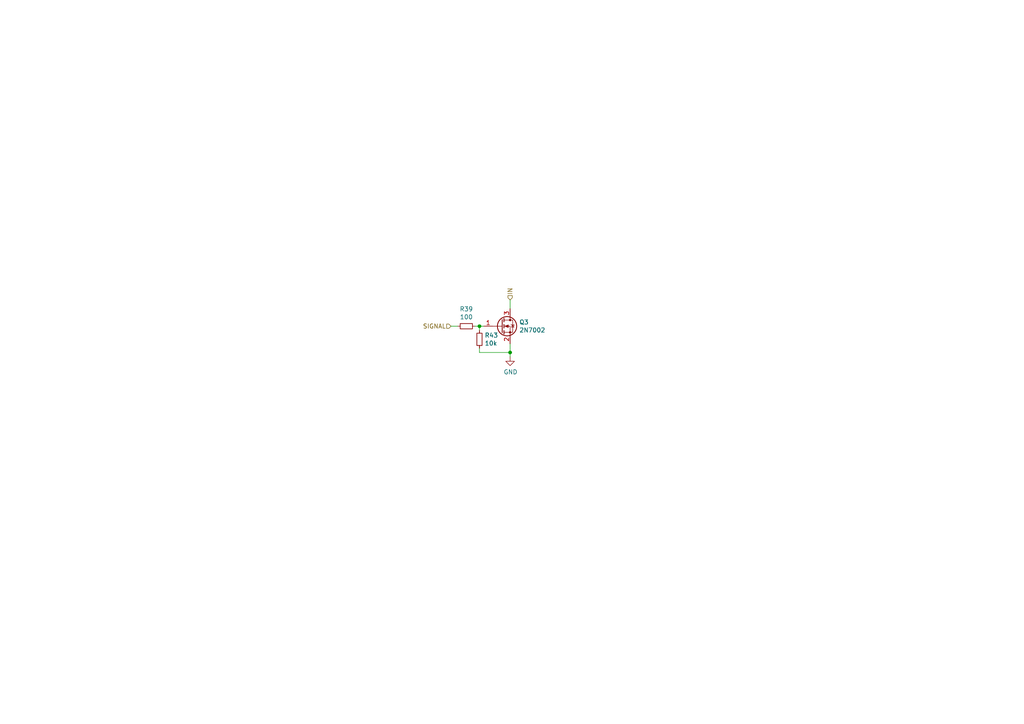
<source format=kicad_sch>
(kicad_sch (version 20211123) (generator eeschema)

  (uuid 2084f5c9-5617-4317-868f-072ee28f3a57)

  (paper "A4")

  (lib_symbols
    (symbol "Device:R_Small" (pin_numbers hide) (pin_names (offset 0.254) hide) (in_bom yes) (on_board yes)
      (property "Reference" "R" (id 0) (at 0.762 0.508 0)
        (effects (font (size 1.27 1.27)) (justify left))
      )
      (property "Value" "R_Small" (id 1) (at 0.762 -1.016 0)
        (effects (font (size 1.27 1.27)) (justify left))
      )
      (property "Footprint" "" (id 2) (at 0 0 0)
        (effects (font (size 1.27 1.27)) hide)
      )
      (property "Datasheet" "~" (id 3) (at 0 0 0)
        (effects (font (size 1.27 1.27)) hide)
      )
      (property "ki_keywords" "R resistor" (id 4) (at 0 0 0)
        (effects (font (size 1.27 1.27)) hide)
      )
      (property "ki_description" "Resistor, small symbol" (id 5) (at 0 0 0)
        (effects (font (size 1.27 1.27)) hide)
      )
      (property "ki_fp_filters" "R_*" (id 6) (at 0 0 0)
        (effects (font (size 1.27 1.27)) hide)
      )
      (symbol "R_Small_0_1"
        (rectangle (start -0.762 1.778) (end 0.762 -1.778)
          (stroke (width 0.2032) (type default) (color 0 0 0 0))
          (fill (type none))
        )
      )
      (symbol "R_Small_1_1"
        (pin passive line (at 0 2.54 270) (length 0.762)
          (name "~" (effects (font (size 1.27 1.27))))
          (number "1" (effects (font (size 1.27 1.27))))
        )
        (pin passive line (at 0 -2.54 90) (length 0.762)
          (name "~" (effects (font (size 1.27 1.27))))
          (number "2" (effects (font (size 1.27 1.27))))
        )
      )
    )
    (symbol "Transistor_FET:2N7002" (pin_names hide) (in_bom yes) (on_board yes)
      (property "Reference" "Q" (id 0) (at 5.08 1.905 0)
        (effects (font (size 1.27 1.27)) (justify left))
      )
      (property "Value" "2N7002" (id 1) (at 5.08 0 0)
        (effects (font (size 1.27 1.27)) (justify left))
      )
      (property "Footprint" "Package_TO_SOT_SMD:SOT-23" (id 2) (at 5.08 -1.905 0)
        (effects (font (size 1.27 1.27) italic) (justify left) hide)
      )
      (property "Datasheet" "https://www.onsemi.com/pub/Collateral/NDS7002A-D.PDF" (id 3) (at 0 0 0)
        (effects (font (size 1.27 1.27)) (justify left) hide)
      )
      (property "ki_keywords" "N-Channel Switching MOSFET" (id 4) (at 0 0 0)
        (effects (font (size 1.27 1.27)) hide)
      )
      (property "ki_description" "0.115A Id, 60V Vds, N-Channel MOSFET, SOT-23" (id 5) (at 0 0 0)
        (effects (font (size 1.27 1.27)) hide)
      )
      (property "ki_fp_filters" "SOT?23*" (id 6) (at 0 0 0)
        (effects (font (size 1.27 1.27)) hide)
      )
      (symbol "2N7002_0_1"
        (polyline
          (pts
            (xy 0.254 0)
            (xy -2.54 0)
          )
          (stroke (width 0) (type default) (color 0 0 0 0))
          (fill (type none))
        )
        (polyline
          (pts
            (xy 0.254 1.905)
            (xy 0.254 -1.905)
          )
          (stroke (width 0.254) (type default) (color 0 0 0 0))
          (fill (type none))
        )
        (polyline
          (pts
            (xy 0.762 -1.27)
            (xy 0.762 -2.286)
          )
          (stroke (width 0.254) (type default) (color 0 0 0 0))
          (fill (type none))
        )
        (polyline
          (pts
            (xy 0.762 0.508)
            (xy 0.762 -0.508)
          )
          (stroke (width 0.254) (type default) (color 0 0 0 0))
          (fill (type none))
        )
        (polyline
          (pts
            (xy 0.762 2.286)
            (xy 0.762 1.27)
          )
          (stroke (width 0.254) (type default) (color 0 0 0 0))
          (fill (type none))
        )
        (polyline
          (pts
            (xy 2.54 2.54)
            (xy 2.54 1.778)
          )
          (stroke (width 0) (type default) (color 0 0 0 0))
          (fill (type none))
        )
        (polyline
          (pts
            (xy 2.54 -2.54)
            (xy 2.54 0)
            (xy 0.762 0)
          )
          (stroke (width 0) (type default) (color 0 0 0 0))
          (fill (type none))
        )
        (polyline
          (pts
            (xy 0.762 -1.778)
            (xy 3.302 -1.778)
            (xy 3.302 1.778)
            (xy 0.762 1.778)
          )
          (stroke (width 0) (type default) (color 0 0 0 0))
          (fill (type none))
        )
        (polyline
          (pts
            (xy 1.016 0)
            (xy 2.032 0.381)
            (xy 2.032 -0.381)
            (xy 1.016 0)
          )
          (stroke (width 0) (type default) (color 0 0 0 0))
          (fill (type outline))
        )
        (polyline
          (pts
            (xy 2.794 0.508)
            (xy 2.921 0.381)
            (xy 3.683 0.381)
            (xy 3.81 0.254)
          )
          (stroke (width 0) (type default) (color 0 0 0 0))
          (fill (type none))
        )
        (polyline
          (pts
            (xy 3.302 0.381)
            (xy 2.921 -0.254)
            (xy 3.683 -0.254)
            (xy 3.302 0.381)
          )
          (stroke (width 0) (type default) (color 0 0 0 0))
          (fill (type none))
        )
        (circle (center 1.651 0) (radius 2.794)
          (stroke (width 0.254) (type default) (color 0 0 0 0))
          (fill (type none))
        )
        (circle (center 2.54 -1.778) (radius 0.254)
          (stroke (width 0) (type default) (color 0 0 0 0))
          (fill (type outline))
        )
        (circle (center 2.54 1.778) (radius 0.254)
          (stroke (width 0) (type default) (color 0 0 0 0))
          (fill (type outline))
        )
      )
      (symbol "2N7002_1_1"
        (pin input line (at -5.08 0 0) (length 2.54)
          (name "G" (effects (font (size 1.27 1.27))))
          (number "1" (effects (font (size 1.27 1.27))))
        )
        (pin passive line (at 2.54 -5.08 90) (length 2.54)
          (name "S" (effects (font (size 1.27 1.27))))
          (number "2" (effects (font (size 1.27 1.27))))
        )
        (pin passive line (at 2.54 5.08 270) (length 2.54)
          (name "D" (effects (font (size 1.27 1.27))))
          (number "3" (effects (font (size 1.27 1.27))))
        )
      )
    )
    (symbol "power:GND" (power) (pin_names (offset 0)) (in_bom yes) (on_board yes)
      (property "Reference" "#PWR" (id 0) (at 0 -6.35 0)
        (effects (font (size 1.27 1.27)) hide)
      )
      (property "Value" "GND" (id 1) (at 0 -3.81 0)
        (effects (font (size 1.27 1.27)))
      )
      (property "Footprint" "" (id 2) (at 0 0 0)
        (effects (font (size 1.27 1.27)) hide)
      )
      (property "Datasheet" "" (id 3) (at 0 0 0)
        (effects (font (size 1.27 1.27)) hide)
      )
      (property "ki_keywords" "power-flag" (id 4) (at 0 0 0)
        (effects (font (size 1.27 1.27)) hide)
      )
      (property "ki_description" "Power symbol creates a global label with name \"GND\" , ground" (id 5) (at 0 0 0)
        (effects (font (size 1.27 1.27)) hide)
      )
      (symbol "GND_0_1"
        (polyline
          (pts
            (xy 0 0)
            (xy 0 -1.27)
            (xy 1.27 -1.27)
            (xy 0 -2.54)
            (xy -1.27 -1.27)
            (xy 0 -1.27)
          )
          (stroke (width 0) (type default) (color 0 0 0 0))
          (fill (type none))
        )
      )
      (symbol "GND_1_1"
        (pin power_in line (at 0 0 270) (length 0) hide
          (name "GND" (effects (font (size 1.27 1.27))))
          (number "1" (effects (font (size 1.27 1.27))))
        )
      )
    )
  )

  (junction (at 139.065 94.615) (diameter 0) (color 0 0 0 0)
    (uuid aa3335df-890d-4aba-aa7b-7599ca4eb07a)
  )
  (junction (at 147.955 102.235) (diameter 0) (color 0 0 0 0)
    (uuid eddce7ea-1e97-4bf6-9406-6b6d8fa92a8b)
  )

  (wire (pts (xy 130.81 94.615) (xy 132.715 94.615))
    (stroke (width 0) (type default) (color 0 0 0 0))
    (uuid 2712ee99-992f-42ba-b050-e9d62f878591)
  )
  (wire (pts (xy 147.955 102.235) (xy 147.955 99.695))
    (stroke (width 0) (type default) (color 0 0 0 0))
    (uuid 3065ec9a-faca-4895-b15d-6d6ef9767036)
  )
  (wire (pts (xy 147.955 102.235) (xy 147.955 103.505))
    (stroke (width 0) (type default) (color 0 0 0 0))
    (uuid 6d6c2053-b5ed-4268-9d8e-1f9826888734)
  )
  (wire (pts (xy 139.065 94.615) (xy 139.065 95.885))
    (stroke (width 0) (type default) (color 0 0 0 0))
    (uuid 98ab8b0d-3e7b-40bc-bd30-eee640db17f1)
  )
  (wire (pts (xy 139.065 94.615) (xy 137.795 94.615))
    (stroke (width 0) (type default) (color 0 0 0 0))
    (uuid c69c60fc-fc32-4779-ab9a-f1d38dd5c20e)
  )
  (wire (pts (xy 139.065 102.235) (xy 147.955 102.235))
    (stroke (width 0) (type default) (color 0 0 0 0))
    (uuid cb419e53-331d-4c87-bd4f-427a0ddad8e7)
  )
  (wire (pts (xy 147.955 86.995) (xy 147.955 89.535))
    (stroke (width 0) (type default) (color 0 0 0 0))
    (uuid dfdc6e12-d515-45da-a287-69e8d9735079)
  )
  (wire (pts (xy 139.065 100.965) (xy 139.065 102.235))
    (stroke (width 0) (type default) (color 0 0 0 0))
    (uuid ea5e1bdf-3986-4c3b-9354-976e5ac62d62)
  )
  (wire (pts (xy 140.335 94.615) (xy 139.065 94.615))
    (stroke (width 0) (type default) (color 0 0 0 0))
    (uuid f87bf577-d5de-4772-bc9e-3fc6d0aadb7a)
  )

  (hierarchical_label "SIGNAL" (shape input) (at 130.81 94.615 180)
    (effects (font (size 1.27 1.27)) (justify right))
    (uuid 3a070d8f-18cd-4ab2-a07c-7ecf0bc44000)
  )
  (hierarchical_label "IN" (shape input) (at 147.955 86.995 90)
    (effects (font (size 1.27 1.27)) (justify left))
    (uuid ddf5b6cc-1b26-467a-885c-60619285162b)
  )

  (symbol (lib_id "Transistor_FET:2N7002") (at 145.415 94.615 0)
    (in_bom yes) (on_board yes)
    (uuid 2ea32781-8cc9-4e14-8066-d4076691f359)
    (property "Reference" "Q3" (id 0) (at 150.5966 93.4466 0)
      (effects (font (size 1.27 1.27)) (justify left))
    )
    (property "Value" "2N7002" (id 1) (at 150.5966 95.758 0)
      (effects (font (size 1.27 1.27)) (justify left))
    )
    (property "Footprint" "Package_TO_SOT_SMD:SOT-23" (id 2) (at 150.495 96.52 0)
      (effects (font (size 1.27 1.27) italic) (justify left) hide)
    )
    (property "Datasheet" "https://www.fairchildsemi.com/datasheets/2N/2N7002.pdf" (id 3) (at 145.415 94.615 0)
      (effects (font (size 1.27 1.27)) (justify left) hide)
    )
    (pin "1" (uuid 2165ee8e-e9b8-477b-9d08-7dd2a69bea28))
    (pin "2" (uuid b3f7e1f3-e1c9-463e-8808-73aa20bac980))
    (pin "3" (uuid b04d89a9-c2ce-496b-8413-43ebe102b382))
  )

  (symbol (lib_id "Device:R_Small") (at 139.065 98.425 0)
    (in_bom yes) (on_board yes)
    (uuid 67fbf622-da2d-4ee2-9726-e3649538a329)
    (property "Reference" "R43" (id 0) (at 140.5636 97.2566 0)
      (effects (font (size 1.27 1.27)) (justify left))
    )
    (property "Value" "10k" (id 1) (at 140.5636 99.568 0)
      (effects (font (size 1.27 1.27)) (justify left))
    )
    (property "Footprint" "Resistor_SMD:R_0603_1608Metric" (id 2) (at 139.065 98.425 0)
      (effects (font (size 1.27 1.27)) hide)
    )
    (property "Datasheet" "~" (id 3) (at 139.065 98.425 0)
      (effects (font (size 1.27 1.27)) hide)
    )
    (pin "1" (uuid 84edf11a-43d0-4b0e-9138-e5b455917aca))
    (pin "2" (uuid 7750ce66-7b22-419f-905e-65e8c3039861))
  )

  (symbol (lib_id "Device:R_Small") (at 135.255 94.615 270)
    (in_bom yes) (on_board yes)
    (uuid af0d9b8c-9f6d-4237-bc3e-9cf556cb6c53)
    (property "Reference" "R39" (id 0) (at 135.255 89.6366 90))
    (property "Value" "100" (id 1) (at 135.255 91.948 90))
    (property "Footprint" "Resistor_SMD:R_0603_1608Metric" (id 2) (at 135.255 94.615 0)
      (effects (font (size 1.27 1.27)) hide)
    )
    (property "Datasheet" "~" (id 3) (at 135.255 94.615 0)
      (effects (font (size 1.27 1.27)) hide)
    )
    (pin "1" (uuid 39ece4e5-0bfe-4682-825f-bd3d379d5f1b))
    (pin "2" (uuid 19913adf-2a2e-442f-aef0-692789ffda2b))
  )

  (symbol (lib_id "power:GND") (at 147.955 103.505 0)
    (in_bom yes) (on_board yes)
    (uuid cfbaceb0-71d5-4245-af6e-ba5f3c4efc77)
    (property "Reference" "#PWR0132" (id 0) (at 147.955 109.855 0)
      (effects (font (size 1.27 1.27)) hide)
    )
    (property "Value" "GND" (id 1) (at 148.082 107.8992 0))
    (property "Footprint" "" (id 2) (at 147.955 103.505 0)
      (effects (font (size 1.27 1.27)) hide)
    )
    (property "Datasheet" "" (id 3) (at 147.955 103.505 0)
      (effects (font (size 1.27 1.27)) hide)
    )
    (pin "1" (uuid f5b7edb3-c664-4b45-8364-b9c9c307d228))
  )
)

</source>
